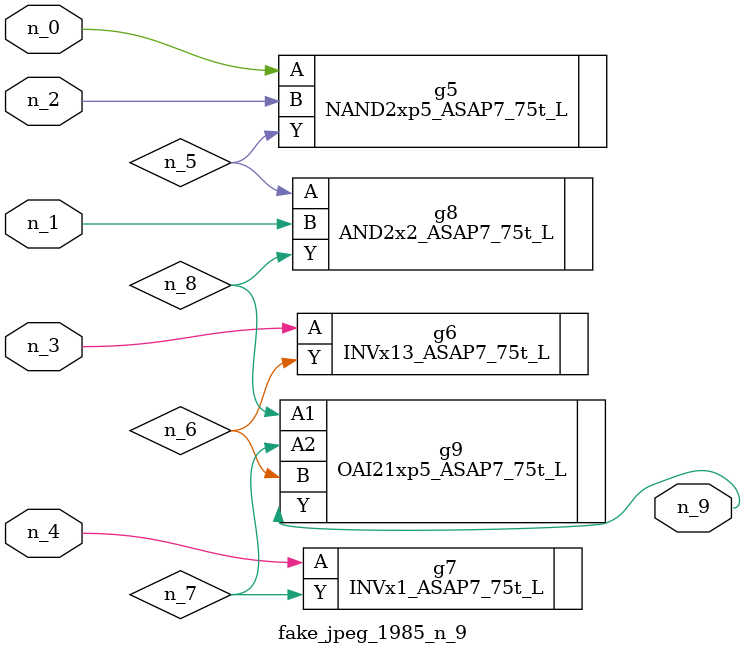
<source format=v>
module fake_jpeg_1985_n_9 (n_3, n_2, n_1, n_0, n_4, n_9);

input n_3;
input n_2;
input n_1;
input n_0;
input n_4;

output n_9;

wire n_8;
wire n_6;
wire n_5;
wire n_7;

NAND2xp5_ASAP7_75t_L g5 ( 
.A(n_0),
.B(n_2),
.Y(n_5)
);

INVx13_ASAP7_75t_L g6 ( 
.A(n_3),
.Y(n_6)
);

INVx1_ASAP7_75t_L g7 ( 
.A(n_4),
.Y(n_7)
);

AND2x2_ASAP7_75t_L g8 ( 
.A(n_5),
.B(n_1),
.Y(n_8)
);

OAI21xp5_ASAP7_75t_L g9 ( 
.A1(n_8),
.A2(n_7),
.B(n_6),
.Y(n_9)
);


endmodule
</source>
